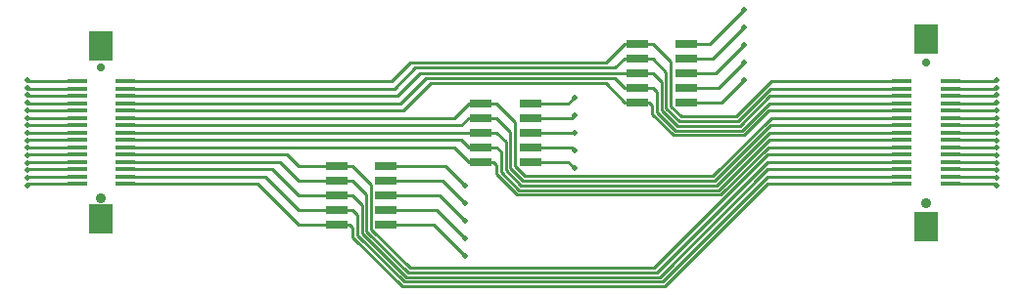
<source format=gtl>
%FSTAX42Y42*%
%MOMM*%
%SFA1B1*%

%IPPOS*%
%ADD10R,1.849996X0.739999*%
%ADD11R,1.799996X0.399999*%
%ADD12C,0.250000*%
%ADD13R,1.999996X2.499995*%
%ADD14R,1.999996X2.499995*%
%ADD15R,1.999996X2.499995*%
%ADD16C,0.699999*%
%ADD17C,0.899998*%
%ADD18C,0.499999*%
%LNflex_debugging-1*%
%LPD*%
G54D10*
X011444Y007193D03*
Y006812D03*
Y006939D03*
Y007066D03*
Y00732D03*
X010094Y006677D03*
Y006296D03*
Y006423D03*
Y00655D03*
Y006804D03*
X009669Y006677D03*
Y006296D03*
Y006423D03*
Y00655D03*
Y006804D03*
X008421Y006134D03*
Y005753D03*
Y00588D03*
Y006007D03*
Y006261D03*
X011019Y00732D03*
Y007193D03*
Y007066D03*
Y006939D03*
Y006812D03*
X008846Y006261D03*
Y006134D03*
Y006007D03*
Y00588D03*
Y005753D03*
G54D11*
X006593Y006993D03*
Y00693D03*
Y006866D03*
Y006803D03*
Y006739D03*
Y006676D03*
Y006612D03*
Y006549D03*
Y006485D03*
Y006422D03*
Y006358D03*
Y006295D03*
Y006231D03*
Y006168D03*
Y006104D03*
X006173D03*
Y006168D03*
Y006231D03*
Y006295D03*
Y006358D03*
Y006422D03*
Y006485D03*
Y006549D03*
Y006993D03*
Y00693D03*
Y006866D03*
Y006803D03*
Y006739D03*
Y006676D03*
Y006612D03*
X01373D03*
Y006676D03*
Y006739D03*
Y006803D03*
Y006866D03*
Y00693D03*
Y006993D03*
Y006549D03*
Y006485D03*
Y006422D03*
Y006358D03*
Y006295D03*
Y006231D03*
Y006168D03*
Y006104D03*
X01331D03*
Y006168D03*
Y006231D03*
Y006295D03*
Y006358D03*
Y006422D03*
Y006485D03*
Y006549D03*
Y006612D03*
Y006676D03*
Y006739D03*
Y006803D03*
Y006866D03*
Y00693D03*
Y006993D03*
G54D12*
X009364Y006261D02*
X009534Y006091D01*
X008846Y006261D02*
X009364D01*
X014122Y006358D02*
X014126Y006354D01*
X01373Y006358D02*
X014122D01*
X005744Y006354D02*
X005748Y006358D01*
X006173*
X01412Y006295D02*
X014126Y006289D01*
X01373Y006295D02*
X01412D01*
X005744Y006289D02*
X00575Y006295D01*
X006173*
X014116Y006104D02*
X014126Y006094D01*
X01373Y006104D02*
X014116D01*
X005744Y006094D02*
X005754Y006104D01*
X006173*
X014118Y006168D02*
X014126Y006159D01*
X01373Y006168D02*
X014118D01*
X005744Y006159D02*
X005753Y006168D01*
X006173*
X014119Y006231D02*
X014126Y006224D01*
X01373Y006231D02*
X014119D01*
X005744Y006224D02*
X005751Y006231D01*
X006173*
X009338Y006134D02*
X009534Y005939D01*
X009262Y005753D02*
X009534Y005482D01*
X009288Y00588D02*
X009534Y005634D01*
X009313Y006007D02*
X009534Y005787D01*
X008846Y006134D02*
X009338D01*
X008846Y005753D02*
X009262D01*
X008846Y00588D02*
X009288D01*
X008846Y006007D02*
X009313D01*
X011444Y006812D02*
X011745D01*
X011939Y007006*
X014122Y006739D02*
X014126Y006744D01*
X01373Y006739D02*
X014122D01*
X005748D02*
X006173D01*
X005744Y006744D02*
X005748Y006739D01*
X01412Y006803D02*
X014126Y006809D01*
X01373Y006803D02*
X01412D01*
X00575D02*
X006173D01*
X005744Y006809D02*
X00575Y006803D01*
X014119Y006866D02*
X014126Y006874D01*
X01373Y006866D02*
X014119D01*
X005751D02*
X006173D01*
X005744Y006874D02*
X005751Y006866D01*
X014118Y00693D02*
X014126Y006939D01*
X01373Y00693D02*
X014118D01*
X005753D02*
X006173D01*
X005744Y006939D02*
X005753Y00693D01*
X014116Y006993D02*
X014126Y007004D01*
X01373Y006993D02*
X014116D01*
X005754D02*
X006173D01*
X005744Y007004D02*
X005754Y006993D01*
X011719Y006939D02*
X011939Y007159D01*
X011444Y006939D02*
X011719D01*
X011694Y007066D02*
X011939Y007311D01*
X011444Y007066D02*
X011694D01*
X011668Y007193D02*
X011939Y007464D01*
X011444Y007193D02*
X011668D01*
X011643Y00732D02*
X011939Y007617D01*
X011444Y00732D02*
X011643D01*
X014123Y006676D02*
X014126Y006679D01*
X01373Y006676D02*
X014123D01*
X005747D02*
X006173D01*
X005744Y006679D02*
X005747Y006676D01*
X014125Y006612D02*
X014126Y006614D01*
X01373Y006612D02*
X014125D01*
X005746D02*
X006173D01*
X005744Y006614D02*
X005746Y006612D01*
X014123Y006422D02*
X014126Y006419D01*
X01373Y006422D02*
X014123D01*
X005744Y006419D02*
X005747Y006422D01*
X006173*
X014125Y006485D02*
X014126Y006484D01*
X01373Y006485D02*
X014125D01*
X005744Y006484D02*
X005746Y006485D01*
X006173*
X01373Y006549D02*
X014126D01*
X005744D02*
X006173D01*
X010449Y006677D02*
X010474Y006702D01*
X010094Y006677D02*
X010449D01*
X010423Y006296D02*
X010474Y006245D01*
X010094Y006296D02*
X010423D01*
X010449Y006423D02*
X010474Y006397D01*
X010094Y006423D02*
X010449D01*
X010094Y00655D02*
X010474D01*
X010423Y006804D02*
X010474Y006854D01*
X010094Y006804D02*
X010423D01*
X011365Y006608D02*
X011908D01*
X011382Y006648D02*
X011891D01*
X011348Y006568D02*
X011924D01*
X011331Y006527D02*
X011941D01*
X011398Y006689D02*
X011874D01*
X012179Y006993D02*
X01331D01*
X012172Y00693D02*
X01331D01*
X012166Y006866D02*
X01331D01*
X01216Y006803D02*
X01331D01*
X012153Y006739D02*
X01331D01*
X011874Y006689D02*
X012179Y006993D01*
X011891Y006648D02*
X012172Y00693D01*
X011908Y006608D02*
X012166Y006866D01*
X011924Y006568D02*
X01216Y006803D01*
X011941Y006527D02*
X012153Y006739D01*
X009802Y006191D02*
X009982Y006011D01*
X009842Y006208D02*
X009999Y006051D01*
X009882Y006224D02*
X010015Y006091D01*
X009774Y006296D02*
X009802Y006269D01*
Y006191D02*
Y006269D01*
X006593Y006422D02*
X009436D01*
X009669Y006296D02*
X009774D01*
X009562D02*
X009669D01*
X009436Y006422D02*
X009562Y006296D01*
X009803Y006423D02*
X009842Y006384D01*
Y006208D02*
Y006384D01*
X006593Y006485D02*
X009499D01*
X009669Y006423D02*
X009803D01*
X009562D02*
X009669D01*
X009499Y006485D02*
X009562Y006423D01*
X009803Y00655D02*
X009882Y00647D01*
Y006224D02*
Y00647D01*
X009562Y00655D02*
X009669D01*
X009803*
X006593Y006549D02*
X009561D01*
X009562Y00655*
X009803Y006677D02*
X009923Y006557D01*
Y006241D02*
X010033Y006132D01*
X009923Y006241D02*
Y006557D01*
X009669Y006677D02*
X009803D01*
X009562D02*
X009669D01*
X009498Y006612D02*
X009562Y006677D01*
X006593Y006612D02*
X009498D01*
X009803Y006804D02*
X009963Y006643D01*
Y006258D02*
X010049Y006172D01*
X009963Y006258D02*
Y006643D01*
X009669Y006804D02*
X009803D01*
X009562D02*
X009669D01*
X009434Y006676D02*
X009562Y006804D01*
X006593Y006676D02*
X009434D01*
X011742Y006011D02*
X012153Y006422D01*
X011725Y006051D02*
X01216Y006485D01*
X011708Y006091D02*
X012166Y006549D01*
X011692Y006132D02*
X012172Y006612D01*
X011675Y006172D02*
X012179Y006676D01*
X010049Y006172D02*
X011675D01*
X010033Y006132D02*
X011692D01*
X010015Y006091D02*
X011708D01*
X009999Y006051D02*
X011725D01*
X009982Y006011D02*
X011742D01*
X012153Y006422D02*
X01331D01*
X01216Y006485D02*
X01331D01*
X012166Y006549D02*
X01331D01*
X012172Y006612D02*
X01331D01*
X012179Y006676D02*
X01331D01*
X011019Y006812D02*
X011124D01*
X011147Y006789*
Y006711D02*
X011331Y006527D01*
X011147Y006711D02*
Y006789D01*
X010912Y006812D02*
X011019D01*
X009234Y006977D02*
X010747D01*
X010912Y006812*
X008996Y006739D02*
X009234Y006977D01*
X006593Y006739D02*
X008996D01*
X011019Y006939D02*
X011153D01*
X011188Y006904*
Y006728D02*
X011348Y006568D01*
X011188Y006728D02*
Y006904D01*
X010912Y006939D02*
X011019D01*
X009189Y007022D02*
X010829D01*
X010912Y006939*
X00897Y006803D02*
X009189Y007022D01*
X006593Y006803D02*
X00897D01*
X011019Y007066D02*
X011153D01*
X011228Y006991*
Y006745D02*
X011365Y006608D01*
X011228Y006745D02*
Y006991D01*
X010912Y007066D02*
X011019D01*
X009144Y007067D02*
X010912D01*
Y007066*
X008944Y006866D02*
X009144Y007067D01*
X006593Y006866D02*
X008944D01*
X011019Y007193D02*
X011153D01*
X011269Y007077*
Y006761D02*
X011382Y006648D01*
X011269Y006761D02*
Y007077D01*
X010912Y007193D02*
X011019D01*
X010829Y007112D02*
X010912Y007193D01*
X009098Y007112D02*
X010829D01*
X008917Y00693D02*
X009098Y007112D01*
X006593Y00693D02*
X008917D01*
X011019Y00732D02*
X011153D01*
X011309Y007164*
Y006778D02*
X011398Y006689D01*
X011309Y006778D02*
Y007164D01*
X010912Y00732D02*
X011019D01*
X010747Y007156D02*
X010912Y00732D01*
X009053Y007156D02*
X010747D01*
X008891Y006993D02*
X009053Y007156D01*
X006593Y006993D02*
X008891D01*
X006593Y006104D02*
X007739D01*
X008091Y005753D02*
X008422D01*
X007739Y006104D02*
X008091Y005753D01*
X006593Y006168D02*
X007803D01*
X008091Y00588D02*
X008422D01*
X007803Y006168D02*
X008091Y00588D01*
X006593Y006231D02*
X007866D01*
X008091Y006007D02*
X008422D01*
X007866Y006231D02*
X008091Y006007D01*
X006593Y006295D02*
X00793D01*
X008091Y006134D02*
X008422D01*
X00793Y006295D02*
X008091Y006134D01*
X006593Y006358D02*
X007993D01*
X008091Y006261D02*
X008422D01*
X007993Y006358D02*
X008091Y006261D01*
X012147Y006104D02*
X01331D01*
X011259Y005216D02*
X012147Y006104D01*
X008985Y005216D02*
X011259D01*
X012147Y006168D02*
X01331D01*
X011236Y005257D02*
X012147Y006168D01*
X009002Y005257D02*
X011236D01*
X012147Y006231D02*
X01331D01*
X011213Y005297D02*
X012147Y006231D01*
X009019Y005297D02*
X011213D01*
X012147Y006295D02*
X01331D01*
X01119Y005338D02*
X012147Y006295D01*
X009036Y005338D02*
X01119D01*
X012147Y006358D02*
X01331D01*
X011167Y005378D02*
X012147Y006358D01*
X009052Y005378D02*
X011167D01*
X008718Y005712D02*
X009052Y005378D01*
X008678Y005696D02*
X009036Y005338D01*
X008637Y005679D02*
X009019Y005297D01*
X008597Y005662D02*
X009002Y005257D01*
X008557Y005645D02*
X008985Y005216D01*
X008718Y005712D02*
Y006098D01*
X008556Y006261D02*
X008718Y006098D01*
X008637Y005679D02*
Y005925D01*
X008678Y005696D02*
Y006011D01*
X008557Y005645D02*
Y005723D01*
X008527Y005753D02*
X008557Y005723D01*
X008597Y005662D02*
Y005838D01*
X008556Y00588D02*
X008597Y005838D01*
X008556Y006007D02*
X008637Y005925D01*
X008556Y006134D02*
X008678Y006011D01*
X008422Y006261D02*
X008556D01*
X008422Y006134D02*
X008556D01*
X008422Y006007D02*
X008556D01*
X008422Y00588D02*
X008556D01*
X008422Y005753D02*
X008527D01*
G54D13*
X006383Y005799D03*
G54D14*
X006383Y007299D03*
G54D15*
X01352Y007364D03*
Y005734D03*
G54D16*
X006383Y007119D03*
X01352Y007159D03*
G54D17*
X006383Y005979D03*
X01352Y005939D03*
G54D18*
X014126Y006354D03*
X005744D03*
X014126Y006289D03*
X005744D03*
X014126Y006094D03*
X005744D03*
X014126Y006159D03*
X005744D03*
X014126Y006224D03*
X005744D03*
X009534Y006091D03*
Y005939D03*
Y005787D03*
Y005634D03*
Y005482D03*
X014126Y006744D03*
X005744D03*
X014126Y006809D03*
X005744D03*
X014126Y006874D03*
X005744D03*
X014126Y006939D03*
X005744D03*
X014126Y007004D03*
X005744D03*
X011939Y007006D03*
Y007159D03*
Y007311D03*
Y007464D03*
Y007617D03*
X014126Y006679D03*
X005744D03*
X014126Y006614D03*
X005744D03*
X014126Y006419D03*
X005744D03*
X014126Y006484D03*
X005744D03*
X014126Y006549D03*
X005744D03*
X010474Y006702D03*
Y006245D03*
Y006397D03*
Y00655D03*
Y006854D03*
M02*
</source>
